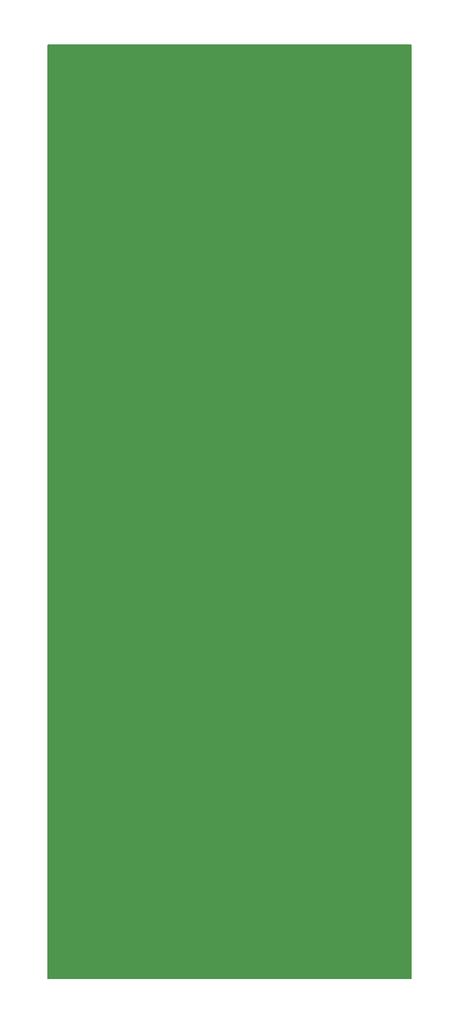
<source format=gbr>
%TF.GenerationSoftware,KiCad,Pcbnew,7.0.1*%
%TF.CreationDate,2024-08-14T21:00:26-04:00*%
%TF.ProjectId,front panel,66726f6e-7420-4706-916e-656c2e6b6963,rev?*%
%TF.SameCoordinates,Original*%
%TF.FileFunction,Copper,L2,Bot*%
%TF.FilePolarity,Positive*%
%FSLAX46Y46*%
G04 Gerber Fmt 4.6, Leading zero omitted, Abs format (unit mm)*
G04 Created by KiCad (PCBNEW 7.0.1) date 2024-08-14 21:00:26*
%MOMM*%
%LPD*%
G01*
G04 APERTURE LIST*
%TA.AperFunction,ComponentPad*%
%ADD10C,7.924800*%
%TD*%
%TA.AperFunction,ComponentPad*%
%ADD11C,12.150000*%
%TD*%
%TA.AperFunction,ComponentPad*%
%ADD12O,10.160000X5.740400*%
%TD*%
%TA.AperFunction,ComponentPad*%
%ADD13C,10.160000*%
%TD*%
G04 APERTURE END LIST*
D10*
%TO.P,REF\u002A\u002A,*%
%TO.N,GND*%
X98552000Y-164338000D03*
%TD*%
D11*
%TO.P,REF\u002A\u002A,1*%
%TO.N,GND*%
X101600000Y-67183000D03*
%TD*%
D10*
%TO.P,REF\u002A\u002A,*%
%TO.N,GND*%
X114300000Y-164338000D03*
%TD*%
D12*
%TO.P,REF\u002A\u002A,1*%
%TO.N,GND*%
X131064000Y-53721000D03*
%TD*%
%TO.P,REF\u002A\u002A,1*%
%TO.N,GND*%
X131064000Y-177800000D03*
%TD*%
D11*
%TO.P,REF\u002A\u002A,1*%
%TO.N,GND*%
X127000000Y-117983000D03*
%TD*%
%TO.P,REF\u002A\u002A,1*%
%TO.N,GND*%
X127000000Y-92583000D03*
%TD*%
D13*
%TO.P,REF\u002A\u002A,1*%
%TO.N,GND*%
X114300000Y-137490200D03*
%TD*%
D10*
%TO.P,REF\u002A\u002A,*%
%TO.N,GND*%
X130048000Y-151638000D03*
%TD*%
D11*
%TO.P,REF\u002A\u002A,1*%
%TO.N,GND*%
X101600000Y-92583000D03*
%TD*%
D10*
%TO.P,REF\u002A\u002A,*%
%TO.N,GND*%
X130048000Y-164338000D03*
%TD*%
D12*
%TO.P,REF\u002A\u002A,1*%
%TO.N,GND*%
X97536000Y-177800000D03*
%TD*%
D11*
%TO.P,REF\u002A\u002A,1*%
%TO.N,GND*%
X127000000Y-67183000D03*
%TD*%
D10*
%TO.P,REF\u002A\u002A,*%
%TO.N,GND*%
X114300000Y-151638000D03*
%TD*%
%TO.P,REF\u002A\u002A,*%
%TO.N,GND*%
X98552000Y-151638000D03*
%TD*%
D11*
%TO.P,REF\u002A\u002A,1*%
%TO.N,GND*%
X101600000Y-117983000D03*
%TD*%
D12*
%TO.P,REF\u002A\u002A,1*%
%TO.N,GND*%
X97536000Y-53721000D03*
%TD*%
%TA.AperFunction,Conductor*%
%TO.N,GND*%
G36*
X139637500Y-50690113D02*
G01*
X139682887Y-50735500D01*
X139699500Y-50797500D01*
X139699500Y-180723500D01*
X139682887Y-180785500D01*
X139637500Y-180830887D01*
X139575500Y-180847500D01*
X89024500Y-180847500D01*
X88962500Y-180830887D01*
X88917113Y-180785500D01*
X88900500Y-180723500D01*
X88900500Y-50797500D01*
X88917113Y-50735500D01*
X88962500Y-50690113D01*
X89024500Y-50673500D01*
X139575500Y-50673500D01*
X139637500Y-50690113D01*
G37*
%TD.AperFunction*%
%TD*%
M02*

</source>
